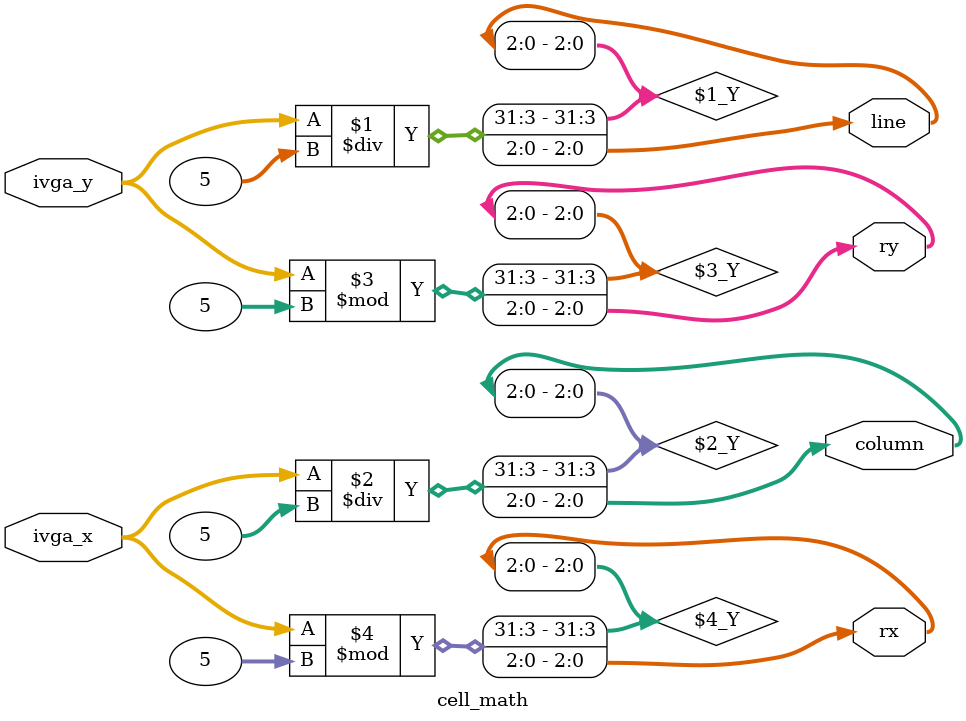
<source format=v>
`define bit_size(x, y)  ($clog2((x+y)/2)-1)
`define bit_cells       `bit_size(C_NUM_OF_CELLS_X, C_NUM_OF_CELLS_Y)
`define bit_rxy         `bit_size(C_CELL_WIDTH, C_CELL_HEIGHT)

module cell_math #(
    parameter C_CELL_WIDTH      = 5,
    parameter C_CELL_HEIGHT     = 5,
    parameter C_NUM_OF_CELLS_X  = 5,
    parameter C_NUM_OF_CELLS_Y  = 5
)(
    input [9:0] ivga_x,
    input [9:0] ivga_y,

    output [`bit_cells:0]   line,
    output [`bit_cells:0]   column,
    output [`bit_rxy:0]     rx,
    output [`bit_rxy:0]     ry
);
    
    assign line = ivga_y / C_CELL_HEIGHT;
    assign column = ivga_x / C_CELL_WIDTH;
    
    assign ry = ivga_y % C_CELL_HEIGHT;
    assign rx = ivga_x % C_CELL_WIDTH;
endmodule
</source>
